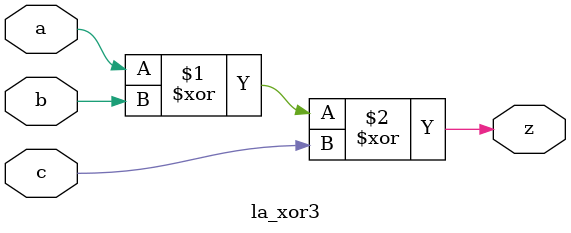
<source format=v>

module la_xor3 #(
    parameter PROP = "DEFAULT"
) (
    input  a,
    input  b,
    input  c,
    output z
);

    assign z = a ^ b ^ c;

endmodule

</source>
